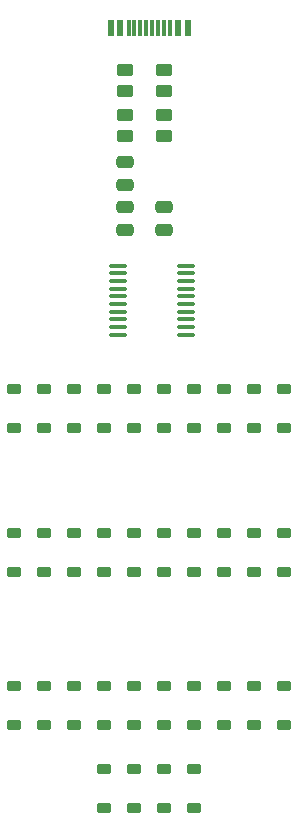
<source format=gbr>
%TF.GenerationSoftware,KiCad,Pcbnew,7.0.1*%
%TF.CreationDate,2024-01-05T17:15:01-05:00*%
%TF.ProjectId,ch55p34,63683535-7033-4342-9e6b-696361645f70,rev?*%
%TF.SameCoordinates,Original*%
%TF.FileFunction,Paste,Top*%
%TF.FilePolarity,Positive*%
%FSLAX46Y46*%
G04 Gerber Fmt 4.6, Leading zero omitted, Abs format (unit mm)*
G04 Created by KiCad (PCBNEW 7.0.1) date 2024-01-05 17:15:01*
%MOMM*%
%LPD*%
G01*
G04 APERTURE LIST*
G04 Aperture macros list*
%AMRoundRect*
0 Rectangle with rounded corners*
0 $1 Rounding radius*
0 $2 $3 $4 $5 $6 $7 $8 $9 X,Y pos of 4 corners*
0 Add a 4 corners polygon primitive as box body*
4,1,4,$2,$3,$4,$5,$6,$7,$8,$9,$2,$3,0*
0 Add four circle primitives for the rounded corners*
1,1,$1+$1,$2,$3*
1,1,$1+$1,$4,$5*
1,1,$1+$1,$6,$7*
1,1,$1+$1,$8,$9*
0 Add four rect primitives between the rounded corners*
20,1,$1+$1,$2,$3,$4,$5,0*
20,1,$1+$1,$4,$5,$6,$7,0*
20,1,$1+$1,$6,$7,$8,$9,0*
20,1,$1+$1,$8,$9,$2,$3,0*%
G04 Aperture macros list end*
%ADD10RoundRect,0.100000X-0.637500X-0.100000X0.637500X-0.100000X0.637500X0.100000X-0.637500X0.100000X0*%
%ADD11RoundRect,0.250000X-0.450000X0.262500X-0.450000X-0.262500X0.450000X-0.262500X0.450000X0.262500X0*%
%ADD12R,0.600000X1.450000*%
%ADD13R,0.300000X1.450000*%
%ADD14RoundRect,0.225000X0.375000X-0.225000X0.375000X0.225000X-0.375000X0.225000X-0.375000X-0.225000X0*%
%ADD15RoundRect,0.250000X-0.475000X0.250000X-0.475000X-0.250000X0.475000X-0.250000X0.475000X0.250000X0*%
G04 APERTURE END LIST*
D10*
%TO.C,U1*%
X153315500Y-61669000D03*
X153315500Y-62319000D03*
X153315500Y-62969000D03*
X153315500Y-63619000D03*
X153315500Y-64269000D03*
X153315500Y-64919000D03*
X153315500Y-65569000D03*
X153315500Y-66219000D03*
X153315500Y-66869000D03*
X153315500Y-67519000D03*
X159040500Y-67519000D03*
X159040500Y-66869000D03*
X159040500Y-66219000D03*
X159040500Y-65569000D03*
X159040500Y-64919000D03*
X159040500Y-64269000D03*
X159040500Y-63619000D03*
X159040500Y-62969000D03*
X159040500Y-62319000D03*
X159040500Y-61669000D03*
%TD*%
D11*
%TO.C,R4*%
X157226000Y-50696500D03*
X157226000Y-48871500D03*
%TD*%
%TO.C,R3*%
X153924000Y-50696500D03*
X153924000Y-48871500D03*
%TD*%
%TO.C,R2*%
X157226000Y-46886500D03*
X157226000Y-45061500D03*
%TD*%
%TO.C,R1*%
X153924000Y-46886500D03*
X153924000Y-45061500D03*
%TD*%
D12*
%TO.C,J1*%
X159204000Y-41555000D03*
X158404000Y-41555000D03*
D13*
X157704000Y-41555000D03*
X156704000Y-41555000D03*
X155204000Y-41555000D03*
X154204000Y-41555000D03*
D12*
X153504000Y-41555000D03*
X152704000Y-41555000D03*
X152704000Y-41555000D03*
X153504000Y-41555000D03*
D13*
X154704000Y-41555000D03*
X155704000Y-41555000D03*
X156204000Y-41555000D03*
X157204000Y-41555000D03*
D12*
X158404000Y-41555000D03*
X159204000Y-41555000D03*
%TD*%
D14*
%TO.C,D34*%
X159766000Y-107568000D03*
X159766000Y-104268000D03*
%TD*%
%TO.C,D33*%
X157226000Y-107568000D03*
X157226000Y-104268000D03*
%TD*%
%TO.C,D32*%
X154686000Y-107568000D03*
X154686000Y-104268000D03*
%TD*%
%TO.C,D31*%
X152146000Y-107568000D03*
X152146000Y-104268000D03*
%TD*%
%TO.C,D30*%
X167386000Y-100584000D03*
X167386000Y-97284000D03*
%TD*%
%TO.C,D29*%
X164846000Y-100584000D03*
X164846000Y-97284000D03*
%TD*%
%TO.C,D28*%
X162306000Y-100584000D03*
X162306000Y-97284000D03*
%TD*%
%TO.C,D27*%
X159766000Y-100584000D03*
X159766000Y-97284000D03*
%TD*%
%TO.C,D26*%
X157226000Y-97284000D03*
X157226000Y-100584000D03*
%TD*%
%TO.C,D25*%
X154686000Y-97284000D03*
X154686000Y-100584000D03*
%TD*%
%TO.C,D24*%
X152146000Y-97284000D03*
X152146000Y-100584000D03*
%TD*%
%TO.C,D23*%
X149606000Y-97284000D03*
X149606000Y-100584000D03*
%TD*%
%TO.C,D22*%
X147066000Y-97284000D03*
X147066000Y-100584000D03*
%TD*%
%TO.C,D21*%
X144526000Y-97284000D03*
X144526000Y-100584000D03*
%TD*%
%TO.C,D20*%
X167386000Y-84328000D03*
X167386000Y-87628000D03*
%TD*%
%TO.C,D19*%
X164846000Y-84328000D03*
X164846000Y-87628000D03*
%TD*%
%TO.C,D18*%
X162306000Y-84328000D03*
X162306000Y-87628000D03*
%TD*%
%TO.C,D17*%
X159766000Y-84328000D03*
X159766000Y-87628000D03*
%TD*%
%TO.C,D16*%
X157226000Y-84328000D03*
X157226000Y-87628000D03*
%TD*%
%TO.C,D15*%
X154686000Y-84328000D03*
X154686000Y-87628000D03*
%TD*%
%TO.C,D14*%
X152146000Y-84328000D03*
X152146000Y-87628000D03*
%TD*%
%TO.C,D13*%
X149606000Y-84328000D03*
X149606000Y-87628000D03*
%TD*%
%TO.C,D12*%
X147066000Y-84328000D03*
X147066000Y-87628000D03*
%TD*%
%TO.C,D11*%
X144526000Y-84328000D03*
X144526000Y-87628000D03*
%TD*%
%TO.C,D10*%
X167386000Y-75436000D03*
X167386000Y-72136000D03*
%TD*%
%TO.C,D9*%
X164846000Y-75436000D03*
X164846000Y-72136000D03*
%TD*%
%TO.C,D8*%
X162306000Y-75436000D03*
X162306000Y-72136000D03*
%TD*%
%TO.C,D7*%
X159766000Y-75436000D03*
X159766000Y-72136000D03*
%TD*%
%TO.C,D6*%
X157226000Y-75436000D03*
X157226000Y-72136000D03*
%TD*%
%TO.C,D5*%
X154686000Y-75436000D03*
X154686000Y-72136000D03*
%TD*%
%TO.C,D4*%
X152146000Y-75436000D03*
X152146000Y-72136000D03*
%TD*%
%TO.C,D3*%
X149606000Y-72136000D03*
X149606000Y-75436000D03*
%TD*%
%TO.C,D2*%
X147066000Y-72136000D03*
X147066000Y-75436000D03*
%TD*%
%TO.C,D1*%
X144526000Y-72136000D03*
X144526000Y-75436000D03*
%TD*%
D15*
%TO.C,C3*%
X153924000Y-58608000D03*
X153924000Y-56708000D03*
%TD*%
%TO.C,C2*%
X157226000Y-58608000D03*
X157226000Y-56708000D03*
%TD*%
%TO.C,C1*%
X153924000Y-54798000D03*
X153924000Y-52898000D03*
%TD*%
M02*

</source>
